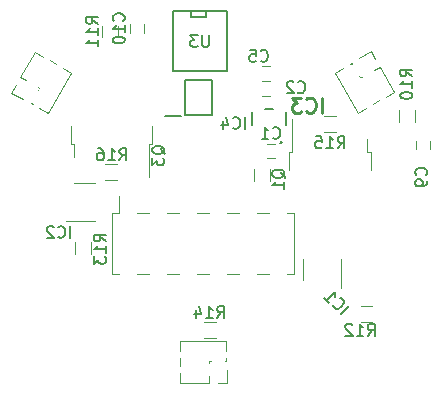
<source format=gbo>
G04 #@! TF.GenerationSoftware,KiCad,Pcbnew,(5.0.0)*
G04 #@! TF.CreationDate,2019-02-03T16:55:31-08:00*
G04 #@! TF.ProjectId,mlab100_Conn_PCB_1.5,6D6C61623130305F436F6E6E5F504342,rev?*
G04 #@! TF.SameCoordinates,Original*
G04 #@! TF.FileFunction,Legend,Bot*
G04 #@! TF.FilePolarity,Positive*
%FSLAX46Y46*%
G04 Gerber Fmt 4.6, Leading zero omitted, Abs format (unit mm)*
G04 Created by KiCad (PCBNEW (5.0.0)) date 02/03/19 16:55:31*
%MOMM*%
%LPD*%
G01*
G04 APERTURE LIST*
%ADD10C,0.120000*%
%ADD11C,0.200000*%
%ADD12C,0.254000*%
%ADD13C,0.150000*%
G04 APERTURE END LIST*
D10*
G04 #@! TO.C,J10*
X34298609Y-10186821D02*
X33320000Y-10751821D01*
X34678609Y-10845000D02*
X34298609Y-10186821D01*
X31986319Y-11596877D02*
X31274039Y-12008112D01*
X32694321Y-11188112D02*
X32518977Y-11289347D01*
X32760085Y-11302020D02*
X32694321Y-11188112D01*
X33395085Y-12401872D02*
X33323556Y-12277980D01*
X33592020Y-12349915D02*
X33468128Y-12421444D01*
X35058609Y-11503179D02*
X34567980Y-11786444D01*
X31274039Y-12008112D02*
X33239039Y-15411592D01*
X35058609Y-11503179D02*
X36296109Y-13646592D01*
X35051171Y-14365357D02*
X34483977Y-14692827D01*
X33951319Y-15000357D02*
X33239039Y-15411592D01*
X36296109Y-13646592D02*
X35583829Y-14057827D01*
G04 #@! TO.C,C9*
X39320000Y-18510000D02*
X39320000Y-17810000D01*
X38120000Y-17810000D02*
X38120000Y-18510000D01*
D11*
G04 #@! TO.C,IC4*
X18610000Y-15610000D02*
X20910000Y-15610000D01*
X20910000Y-15610000D02*
X20910000Y-12610000D01*
X20910000Y-12610000D02*
X18610000Y-12610000D01*
X18610000Y-12610000D02*
X18610000Y-15610000D01*
X16860000Y-15660000D02*
X18260000Y-15660000D01*
G04 #@! TO.C,IC3*
X27138000Y-15341000D02*
X27138000Y-16464000D01*
X24238000Y-15341000D02*
X24238000Y-16464000D01*
X26038000Y-15105000D02*
X25338000Y-15105000D01*
D12*
X26728300Y-17916000D02*
G75*
G03X26728300Y-17916000I-59300J0D01*
G01*
D13*
G04 #@! TO.C,U3*
X20354000Y-7268000D02*
X20354000Y-6760000D01*
X19084000Y-7268000D02*
X20354000Y-7268000D01*
X19084000Y-6760000D02*
X19084000Y-7268000D01*
X22132000Y-6760000D02*
X17560000Y-6760000D01*
X22132000Y-11840000D02*
X22132000Y-6760000D01*
X17560000Y-11840000D02*
X22132000Y-11840000D01*
X17560000Y-6760000D02*
X17560000Y-11840000D01*
D10*
G04 #@! TO.C,J3*
X24670000Y-29080000D02*
X25690000Y-29080000D01*
X24670000Y-23880000D02*
X25690000Y-23880000D01*
X22130000Y-29080000D02*
X23150000Y-29080000D01*
X22130000Y-23880000D02*
X23150000Y-23880000D01*
X19590000Y-29080000D02*
X20610000Y-29080000D01*
X19590000Y-23880000D02*
X20610000Y-23880000D01*
X17050000Y-29080000D02*
X18070000Y-29080000D01*
X17050000Y-23880000D02*
X18070000Y-23880000D01*
X14510000Y-29080000D02*
X15530000Y-29080000D01*
X14510000Y-23880000D02*
X15530000Y-23880000D01*
X27210000Y-29080000D02*
X27780000Y-29080000D01*
X27210000Y-23880000D02*
X27780000Y-23880000D01*
X12420000Y-29080000D02*
X12990000Y-29080000D01*
X12420000Y-23880000D02*
X12990000Y-23880000D01*
X12990000Y-22440000D02*
X12990000Y-23880000D01*
X27780000Y-23880000D02*
X27780000Y-29080000D01*
X12420000Y-23880000D02*
X12420000Y-29080000D01*
G04 #@! TO.C,J8*
X22130000Y-38290000D02*
X22130000Y-37160000D01*
X21370000Y-38290000D02*
X22130000Y-38290000D01*
X22065000Y-35582470D02*
X22065000Y-34760000D01*
X22065000Y-36400000D02*
X22065000Y-36197530D01*
X21933471Y-36400000D02*
X22065000Y-36400000D01*
X20663471Y-36400000D02*
X20806529Y-36400000D01*
X20610000Y-36596529D02*
X20610000Y-36453471D01*
X20610000Y-38290000D02*
X20610000Y-37723471D01*
X22065000Y-34760000D02*
X18135000Y-34760000D01*
X20610000Y-38290000D02*
X18135000Y-38290000D01*
X18135000Y-36852470D02*
X18135000Y-36197530D01*
X18135000Y-35582470D02*
X18135000Y-34760000D01*
X18135000Y-38290000D02*
X18135000Y-37467530D01*
G04 #@! TO.C,J9*
X5868891Y-10243408D02*
X6581171Y-10654643D01*
X8213681Y-11597173D02*
X8925961Y-12008408D01*
X7113829Y-10962173D02*
X7681023Y-11289643D01*
X4631391Y-12386821D02*
X5868891Y-10243408D01*
X6960961Y-15411888D02*
X8925961Y-12008408D01*
X4631391Y-12386821D02*
X5122020Y-12670085D01*
X6097980Y-13233556D02*
X6221872Y-13305085D01*
X6241444Y-13378128D02*
X6169915Y-13502020D01*
X5606444Y-14477980D02*
X5540679Y-14591888D01*
X5540679Y-14591888D02*
X5716023Y-14693124D01*
X6248681Y-15000653D02*
X6960961Y-15411888D01*
X4251391Y-13045000D02*
X3871391Y-13703179D01*
X3871391Y-13703179D02*
X4850000Y-14268179D01*
G04 #@! TO.C,Q1*
X27400000Y-20260000D02*
X27400000Y-18760000D01*
X27400000Y-18760000D02*
X27670000Y-18760000D01*
X27670000Y-18760000D02*
X27670000Y-15930000D01*
X34300000Y-20260000D02*
X34300000Y-18760000D01*
X34300000Y-18760000D02*
X34030000Y-18760000D01*
X34030000Y-18760000D02*
X34030000Y-17660000D01*
G04 #@! TO.C,Q3*
X9170000Y-18050000D02*
X9170000Y-19150000D01*
X8900000Y-18050000D02*
X9170000Y-18050000D01*
X8900000Y-16550000D02*
X8900000Y-18050000D01*
X15530000Y-18050000D02*
X15530000Y-20880000D01*
X15800000Y-18050000D02*
X15530000Y-18050000D01*
X15800000Y-16550000D02*
X15800000Y-18050000D01*
G04 #@! TO.C,IC1*
X28550000Y-29590000D02*
X28550000Y-27790000D01*
X31770000Y-27790000D02*
X31770000Y-30240000D01*
G04 #@! TO.C,IC2*
X11000000Y-24590000D02*
X8550000Y-24590000D01*
X9200000Y-21370000D02*
X11000000Y-21370000D01*
G04 #@! TO.C,R10*
X38050000Y-16160000D02*
X38050000Y-15160000D01*
X36690000Y-15160000D02*
X36690000Y-16160000D01*
G04 #@! TO.C,R11*
X12906000Y-9038000D02*
X12906000Y-8038000D01*
X11546000Y-8038000D02*
X11546000Y-9038000D01*
G04 #@! TO.C,R12*
X33450000Y-33130000D02*
X34450000Y-33130000D01*
X34450000Y-31770000D02*
X33450000Y-31770000D01*
G04 #@! TO.C,R13*
X10620000Y-27380000D02*
X10620000Y-26380000D01*
X9260000Y-26380000D02*
X9260000Y-27380000D01*
G04 #@! TO.C,R14*
X20190000Y-34490000D02*
X21190000Y-34490000D01*
X21190000Y-33130000D02*
X20190000Y-33130000D01*
G04 #@! TO.C,R15*
X31350000Y-15700000D02*
X30350000Y-15700000D01*
X30350000Y-17060000D02*
X31350000Y-17060000D01*
G04 #@! TO.C,R16*
X11850000Y-21110000D02*
X12850000Y-21110000D01*
X12850000Y-19750000D02*
X11850000Y-19750000D01*
G04 #@! TO.C,C10*
X15112000Y-8622000D02*
X15112000Y-7922000D01*
X13912000Y-7922000D02*
X13912000Y-8622000D01*
G04 #@! TO.C,C1*
X26200000Y-18070000D02*
X25500000Y-18070000D01*
X25500000Y-19270000D02*
X26200000Y-19270000D01*
G04 #@! TO.C,C2*
X25784000Y-12764000D02*
X25084000Y-12764000D01*
X25084000Y-13964000D02*
X25784000Y-13964000D01*
G04 #@! TO.C,C5*
X25084000Y-12694000D02*
X25784000Y-12694000D01*
X25784000Y-11494000D02*
X25084000Y-11494000D01*
G04 #@! TO.C,JP1*
X25760000Y-21160000D02*
X25760000Y-20160000D01*
X24400000Y-20160000D02*
X24400000Y-21160000D01*
G04 #@! TO.C,C9*
D13*
X38987142Y-20683333D02*
X39034761Y-20635714D01*
X39082380Y-20492857D01*
X39082380Y-20397619D01*
X39034761Y-20254761D01*
X38939523Y-20159523D01*
X38844285Y-20111904D01*
X38653809Y-20064285D01*
X38510952Y-20064285D01*
X38320476Y-20111904D01*
X38225238Y-20159523D01*
X38130000Y-20254761D01*
X38082380Y-20397619D01*
X38082380Y-20492857D01*
X38130000Y-20635714D01*
X38177619Y-20683333D01*
X39082380Y-21159523D02*
X39082380Y-21350000D01*
X39034761Y-21445238D01*
X38987142Y-21492857D01*
X38844285Y-21588095D01*
X38653809Y-21635714D01*
X38272857Y-21635714D01*
X38177619Y-21588095D01*
X38130000Y-21540476D01*
X38082380Y-21445238D01*
X38082380Y-21254761D01*
X38130000Y-21159523D01*
X38177619Y-21111904D01*
X38272857Y-21064285D01*
X38510952Y-21064285D01*
X38606190Y-21111904D01*
X38653809Y-21159523D01*
X38701428Y-21254761D01*
X38701428Y-21445238D01*
X38653809Y-21540476D01*
X38606190Y-21588095D01*
X38510952Y-21635714D01*
G04 #@! TO.C,IC4*
X23686190Y-16782380D02*
X23686190Y-15782380D01*
X22638571Y-16687142D02*
X22686190Y-16734761D01*
X22829047Y-16782380D01*
X22924285Y-16782380D01*
X23067142Y-16734761D01*
X23162380Y-16639523D01*
X23210000Y-16544285D01*
X23257619Y-16353809D01*
X23257619Y-16210952D01*
X23210000Y-16020476D01*
X23162380Y-15925238D01*
X23067142Y-15830000D01*
X22924285Y-15782380D01*
X22829047Y-15782380D01*
X22686190Y-15830000D01*
X22638571Y-15877619D01*
X21781428Y-16115714D02*
X21781428Y-16782380D01*
X22019523Y-15734761D02*
X22257619Y-16449047D01*
X21638571Y-16449047D01*
G04 #@! TO.C,IC3*
D12*
X30199761Y-15414523D02*
X30199761Y-14144523D01*
X28869285Y-15293571D02*
X28929761Y-15354047D01*
X29111190Y-15414523D01*
X29232142Y-15414523D01*
X29413571Y-15354047D01*
X29534523Y-15233095D01*
X29595000Y-15112142D01*
X29655476Y-14870238D01*
X29655476Y-14688809D01*
X29595000Y-14446904D01*
X29534523Y-14325952D01*
X29413571Y-14205000D01*
X29232142Y-14144523D01*
X29111190Y-14144523D01*
X28929761Y-14205000D01*
X28869285Y-14265476D01*
X28445952Y-14144523D02*
X27659761Y-14144523D01*
X28083095Y-14628333D01*
X27901666Y-14628333D01*
X27780714Y-14688809D01*
X27720238Y-14749285D01*
X27659761Y-14870238D01*
X27659761Y-15172619D01*
X27720238Y-15293571D01*
X27780714Y-15354047D01*
X27901666Y-15414523D01*
X28264523Y-15414523D01*
X28385476Y-15354047D01*
X28445952Y-15293571D01*
G04 #@! TO.C,U3*
D13*
X20611904Y-8832380D02*
X20611904Y-9641904D01*
X20564285Y-9737142D01*
X20516666Y-9784761D01*
X20421428Y-9832380D01*
X20230952Y-9832380D01*
X20135714Y-9784761D01*
X20088095Y-9737142D01*
X20040476Y-9641904D01*
X20040476Y-8832380D01*
X19659523Y-8832380D02*
X19040476Y-8832380D01*
X19373809Y-9213333D01*
X19230952Y-9213333D01*
X19135714Y-9260952D01*
X19088095Y-9308571D01*
X19040476Y-9403809D01*
X19040476Y-9641904D01*
X19088095Y-9737142D01*
X19135714Y-9784761D01*
X19230952Y-9832380D01*
X19516666Y-9832380D01*
X19611904Y-9784761D01*
X19659523Y-9737142D01*
G04 #@! TO.C,Q1*
X27077619Y-20954761D02*
X27030000Y-20859523D01*
X26934761Y-20764285D01*
X26791904Y-20621428D01*
X26744285Y-20526190D01*
X26744285Y-20430952D01*
X26982380Y-20478571D02*
X26934761Y-20383333D01*
X26839523Y-20288095D01*
X26649047Y-20240476D01*
X26315714Y-20240476D01*
X26125238Y-20288095D01*
X26030000Y-20383333D01*
X25982380Y-20478571D01*
X25982380Y-20669047D01*
X26030000Y-20764285D01*
X26125238Y-20859523D01*
X26315714Y-20907142D01*
X26649047Y-20907142D01*
X26839523Y-20859523D01*
X26934761Y-20764285D01*
X26982380Y-20669047D01*
X26982380Y-20478571D01*
X26982380Y-21859523D02*
X26982380Y-21288095D01*
X26982380Y-21573809D02*
X25982380Y-21573809D01*
X26125238Y-21478571D01*
X26220476Y-21383333D01*
X26268095Y-21288095D01*
G04 #@! TO.C,Q3*
X16887619Y-18944761D02*
X16840000Y-18849523D01*
X16744761Y-18754285D01*
X16601904Y-18611428D01*
X16554285Y-18516190D01*
X16554285Y-18420952D01*
X16792380Y-18468571D02*
X16744761Y-18373333D01*
X16649523Y-18278095D01*
X16459047Y-18230476D01*
X16125714Y-18230476D01*
X15935238Y-18278095D01*
X15840000Y-18373333D01*
X15792380Y-18468571D01*
X15792380Y-18659047D01*
X15840000Y-18754285D01*
X15935238Y-18849523D01*
X16125714Y-18897142D01*
X16459047Y-18897142D01*
X16649523Y-18849523D01*
X16744761Y-18754285D01*
X16792380Y-18659047D01*
X16792380Y-18468571D01*
X15792380Y-19230476D02*
X15792380Y-19849523D01*
X16173333Y-19516190D01*
X16173333Y-19659047D01*
X16220952Y-19754285D01*
X16268571Y-19801904D01*
X16363809Y-19849523D01*
X16601904Y-19849523D01*
X16697142Y-19801904D01*
X16744761Y-19754285D01*
X16792380Y-19659047D01*
X16792380Y-19373333D01*
X16744761Y-19278095D01*
X16697142Y-19230476D01*
G04 #@! TO.C,IC1*
X31800389Y-32490152D02*
X32507496Y-31783045D01*
X31126954Y-31682030D02*
X31126954Y-31749374D01*
X31194297Y-31884061D01*
X31261641Y-31951404D01*
X31396328Y-32018748D01*
X31531015Y-32018748D01*
X31632030Y-31985076D01*
X31800389Y-31884061D01*
X31901404Y-31783045D01*
X32002419Y-31614687D01*
X32036091Y-31513671D01*
X32036091Y-31378984D01*
X31968748Y-31244297D01*
X31901404Y-31176954D01*
X31766717Y-31109610D01*
X31699374Y-31109610D01*
X30386175Y-31075938D02*
X30790236Y-31480000D01*
X30588206Y-31277969D02*
X31295312Y-30570862D01*
X31261641Y-30739221D01*
X31261641Y-30873908D01*
X31295312Y-30974923D01*
G04 #@! TO.C,IC2*
X8886190Y-26002380D02*
X8886190Y-25002380D01*
X7838571Y-25907142D02*
X7886190Y-25954761D01*
X8029047Y-26002380D01*
X8124285Y-26002380D01*
X8267142Y-25954761D01*
X8362380Y-25859523D01*
X8410000Y-25764285D01*
X8457619Y-25573809D01*
X8457619Y-25430952D01*
X8410000Y-25240476D01*
X8362380Y-25145238D01*
X8267142Y-25050000D01*
X8124285Y-25002380D01*
X8029047Y-25002380D01*
X7886190Y-25050000D01*
X7838571Y-25097619D01*
X7457619Y-25097619D02*
X7410000Y-25050000D01*
X7314761Y-25002380D01*
X7076666Y-25002380D01*
X6981428Y-25050000D01*
X6933809Y-25097619D01*
X6886190Y-25192857D01*
X6886190Y-25288095D01*
X6933809Y-25430952D01*
X7505238Y-26002380D01*
X6886190Y-26002380D01*
G04 #@! TO.C,R10*
X37812380Y-12327142D02*
X37336190Y-11993809D01*
X37812380Y-11755714D02*
X36812380Y-11755714D01*
X36812380Y-12136666D01*
X36860000Y-12231904D01*
X36907619Y-12279523D01*
X37002857Y-12327142D01*
X37145714Y-12327142D01*
X37240952Y-12279523D01*
X37288571Y-12231904D01*
X37336190Y-12136666D01*
X37336190Y-11755714D01*
X37812380Y-13279523D02*
X37812380Y-12708095D01*
X37812380Y-12993809D02*
X36812380Y-12993809D01*
X36955238Y-12898571D01*
X37050476Y-12803333D01*
X37098095Y-12708095D01*
X36812380Y-13898571D02*
X36812380Y-13993809D01*
X36860000Y-14089047D01*
X36907619Y-14136666D01*
X37002857Y-14184285D01*
X37193333Y-14231904D01*
X37431428Y-14231904D01*
X37621904Y-14184285D01*
X37717142Y-14136666D01*
X37764761Y-14089047D01*
X37812380Y-13993809D01*
X37812380Y-13898571D01*
X37764761Y-13803333D01*
X37717142Y-13755714D01*
X37621904Y-13708095D01*
X37431428Y-13660476D01*
X37193333Y-13660476D01*
X37002857Y-13708095D01*
X36907619Y-13755714D01*
X36860000Y-13803333D01*
X36812380Y-13898571D01*
G04 #@! TO.C,R11*
X11228380Y-7895142D02*
X10752190Y-7561809D01*
X11228380Y-7323714D02*
X10228380Y-7323714D01*
X10228380Y-7704666D01*
X10276000Y-7799904D01*
X10323619Y-7847523D01*
X10418857Y-7895142D01*
X10561714Y-7895142D01*
X10656952Y-7847523D01*
X10704571Y-7799904D01*
X10752190Y-7704666D01*
X10752190Y-7323714D01*
X11228380Y-8847523D02*
X11228380Y-8276095D01*
X11228380Y-8561809D02*
X10228380Y-8561809D01*
X10371238Y-8466571D01*
X10466476Y-8371333D01*
X10514095Y-8276095D01*
X11228380Y-9799904D02*
X11228380Y-9228476D01*
X11228380Y-9514190D02*
X10228380Y-9514190D01*
X10371238Y-9418952D01*
X10466476Y-9323714D01*
X10514095Y-9228476D01*
G04 #@! TO.C,R12*
X34062857Y-34292380D02*
X34396190Y-33816190D01*
X34634285Y-34292380D02*
X34634285Y-33292380D01*
X34253333Y-33292380D01*
X34158095Y-33340000D01*
X34110476Y-33387619D01*
X34062857Y-33482857D01*
X34062857Y-33625714D01*
X34110476Y-33720952D01*
X34158095Y-33768571D01*
X34253333Y-33816190D01*
X34634285Y-33816190D01*
X33110476Y-34292380D02*
X33681904Y-34292380D01*
X33396190Y-34292380D02*
X33396190Y-33292380D01*
X33491428Y-33435238D01*
X33586666Y-33530476D01*
X33681904Y-33578095D01*
X32729523Y-33387619D02*
X32681904Y-33340000D01*
X32586666Y-33292380D01*
X32348571Y-33292380D01*
X32253333Y-33340000D01*
X32205714Y-33387619D01*
X32158095Y-33482857D01*
X32158095Y-33578095D01*
X32205714Y-33720952D01*
X32777142Y-34292380D01*
X32158095Y-34292380D01*
G04 #@! TO.C,R13*
X11872380Y-26297142D02*
X11396190Y-25963809D01*
X11872380Y-25725714D02*
X10872380Y-25725714D01*
X10872380Y-26106666D01*
X10920000Y-26201904D01*
X10967619Y-26249523D01*
X11062857Y-26297142D01*
X11205714Y-26297142D01*
X11300952Y-26249523D01*
X11348571Y-26201904D01*
X11396190Y-26106666D01*
X11396190Y-25725714D01*
X11872380Y-27249523D02*
X11872380Y-26678095D01*
X11872380Y-26963809D02*
X10872380Y-26963809D01*
X11015238Y-26868571D01*
X11110476Y-26773333D01*
X11158095Y-26678095D01*
X10872380Y-27582857D02*
X10872380Y-28201904D01*
X11253333Y-27868571D01*
X11253333Y-28011428D01*
X11300952Y-28106666D01*
X11348571Y-28154285D01*
X11443809Y-28201904D01*
X11681904Y-28201904D01*
X11777142Y-28154285D01*
X11824761Y-28106666D01*
X11872380Y-28011428D01*
X11872380Y-27725714D01*
X11824761Y-27630476D01*
X11777142Y-27582857D01*
G04 #@! TO.C,R14*
X21302857Y-32802380D02*
X21636190Y-32326190D01*
X21874285Y-32802380D02*
X21874285Y-31802380D01*
X21493333Y-31802380D01*
X21398095Y-31850000D01*
X21350476Y-31897619D01*
X21302857Y-31992857D01*
X21302857Y-32135714D01*
X21350476Y-32230952D01*
X21398095Y-32278571D01*
X21493333Y-32326190D01*
X21874285Y-32326190D01*
X20350476Y-32802380D02*
X20921904Y-32802380D01*
X20636190Y-32802380D02*
X20636190Y-31802380D01*
X20731428Y-31945238D01*
X20826666Y-32040476D01*
X20921904Y-32088095D01*
X19493333Y-32135714D02*
X19493333Y-32802380D01*
X19731428Y-31754761D02*
X19969523Y-32469047D01*
X19350476Y-32469047D01*
G04 #@! TO.C,R15*
X31512857Y-18412380D02*
X31846190Y-17936190D01*
X32084285Y-18412380D02*
X32084285Y-17412380D01*
X31703333Y-17412380D01*
X31608095Y-17460000D01*
X31560476Y-17507619D01*
X31512857Y-17602857D01*
X31512857Y-17745714D01*
X31560476Y-17840952D01*
X31608095Y-17888571D01*
X31703333Y-17936190D01*
X32084285Y-17936190D01*
X30560476Y-18412380D02*
X31131904Y-18412380D01*
X30846190Y-18412380D02*
X30846190Y-17412380D01*
X30941428Y-17555238D01*
X31036666Y-17650476D01*
X31131904Y-17698095D01*
X29655714Y-17412380D02*
X30131904Y-17412380D01*
X30179523Y-17888571D01*
X30131904Y-17840952D01*
X30036666Y-17793333D01*
X29798571Y-17793333D01*
X29703333Y-17840952D01*
X29655714Y-17888571D01*
X29608095Y-17983809D01*
X29608095Y-18221904D01*
X29655714Y-18317142D01*
X29703333Y-18364761D01*
X29798571Y-18412380D01*
X30036666Y-18412380D01*
X30131904Y-18364761D01*
X30179523Y-18317142D01*
G04 #@! TO.C,R16*
X13032857Y-19432380D02*
X13366190Y-18956190D01*
X13604285Y-19432380D02*
X13604285Y-18432380D01*
X13223333Y-18432380D01*
X13128095Y-18480000D01*
X13080476Y-18527619D01*
X13032857Y-18622857D01*
X13032857Y-18765714D01*
X13080476Y-18860952D01*
X13128095Y-18908571D01*
X13223333Y-18956190D01*
X13604285Y-18956190D01*
X12080476Y-19432380D02*
X12651904Y-19432380D01*
X12366190Y-19432380D02*
X12366190Y-18432380D01*
X12461428Y-18575238D01*
X12556666Y-18670476D01*
X12651904Y-18718095D01*
X11223333Y-18432380D02*
X11413809Y-18432380D01*
X11509047Y-18480000D01*
X11556666Y-18527619D01*
X11651904Y-18670476D01*
X11699523Y-18860952D01*
X11699523Y-19241904D01*
X11651904Y-19337142D01*
X11604285Y-19384761D01*
X11509047Y-19432380D01*
X11318571Y-19432380D01*
X11223333Y-19384761D01*
X11175714Y-19337142D01*
X11128095Y-19241904D01*
X11128095Y-19003809D01*
X11175714Y-18908571D01*
X11223333Y-18860952D01*
X11318571Y-18813333D01*
X11509047Y-18813333D01*
X11604285Y-18860952D01*
X11651904Y-18908571D01*
X11699523Y-19003809D01*
G04 #@! TO.C,C10*
X13369142Y-7629142D02*
X13416761Y-7581523D01*
X13464380Y-7438666D01*
X13464380Y-7343428D01*
X13416761Y-7200571D01*
X13321523Y-7105333D01*
X13226285Y-7057714D01*
X13035809Y-7010095D01*
X12892952Y-7010095D01*
X12702476Y-7057714D01*
X12607238Y-7105333D01*
X12512000Y-7200571D01*
X12464380Y-7343428D01*
X12464380Y-7438666D01*
X12512000Y-7581523D01*
X12559619Y-7629142D01*
X13464380Y-8581523D02*
X13464380Y-8010095D01*
X13464380Y-8295809D02*
X12464380Y-8295809D01*
X12607238Y-8200571D01*
X12702476Y-8105333D01*
X12750095Y-8010095D01*
X12464380Y-9200571D02*
X12464380Y-9295809D01*
X12512000Y-9391047D01*
X12559619Y-9438666D01*
X12654857Y-9486285D01*
X12845333Y-9533904D01*
X13083428Y-9533904D01*
X13273904Y-9486285D01*
X13369142Y-9438666D01*
X13416761Y-9391047D01*
X13464380Y-9295809D01*
X13464380Y-9200571D01*
X13416761Y-9105333D01*
X13369142Y-9057714D01*
X13273904Y-9010095D01*
X13083428Y-8962476D01*
X12845333Y-8962476D01*
X12654857Y-9010095D01*
X12559619Y-9057714D01*
X12512000Y-9105333D01*
X12464380Y-9200571D01*
G04 #@! TO.C,C1*
X26016666Y-17527142D02*
X26064285Y-17574761D01*
X26207142Y-17622380D01*
X26302380Y-17622380D01*
X26445238Y-17574761D01*
X26540476Y-17479523D01*
X26588095Y-17384285D01*
X26635714Y-17193809D01*
X26635714Y-17050952D01*
X26588095Y-16860476D01*
X26540476Y-16765238D01*
X26445238Y-16670000D01*
X26302380Y-16622380D01*
X26207142Y-16622380D01*
X26064285Y-16670000D01*
X26016666Y-16717619D01*
X25064285Y-17622380D02*
X25635714Y-17622380D01*
X25350000Y-17622380D02*
X25350000Y-16622380D01*
X25445238Y-16765238D01*
X25540476Y-16860476D01*
X25635714Y-16908095D01*
G04 #@! TO.C,C2*
X28136666Y-13657142D02*
X28184285Y-13704761D01*
X28327142Y-13752380D01*
X28422380Y-13752380D01*
X28565238Y-13704761D01*
X28660476Y-13609523D01*
X28708095Y-13514285D01*
X28755714Y-13323809D01*
X28755714Y-13180952D01*
X28708095Y-12990476D01*
X28660476Y-12895238D01*
X28565238Y-12800000D01*
X28422380Y-12752380D01*
X28327142Y-12752380D01*
X28184285Y-12800000D01*
X28136666Y-12847619D01*
X27755714Y-12847619D02*
X27708095Y-12800000D01*
X27612857Y-12752380D01*
X27374761Y-12752380D01*
X27279523Y-12800000D01*
X27231904Y-12847619D01*
X27184285Y-12942857D01*
X27184285Y-13038095D01*
X27231904Y-13180952D01*
X27803333Y-13752380D01*
X27184285Y-13752380D01*
G04 #@! TO.C,C5*
X24986666Y-10997142D02*
X25034285Y-11044761D01*
X25177142Y-11092380D01*
X25272380Y-11092380D01*
X25415238Y-11044761D01*
X25510476Y-10949523D01*
X25558095Y-10854285D01*
X25605714Y-10663809D01*
X25605714Y-10520952D01*
X25558095Y-10330476D01*
X25510476Y-10235238D01*
X25415238Y-10140000D01*
X25272380Y-10092380D01*
X25177142Y-10092380D01*
X25034285Y-10140000D01*
X24986666Y-10187619D01*
X24081904Y-10092380D02*
X24558095Y-10092380D01*
X24605714Y-10568571D01*
X24558095Y-10520952D01*
X24462857Y-10473333D01*
X24224761Y-10473333D01*
X24129523Y-10520952D01*
X24081904Y-10568571D01*
X24034285Y-10663809D01*
X24034285Y-10901904D01*
X24081904Y-10997142D01*
X24129523Y-11044761D01*
X24224761Y-11092380D01*
X24462857Y-11092380D01*
X24558095Y-11044761D01*
X24605714Y-10997142D01*
G04 #@! TD*
M02*

</source>
